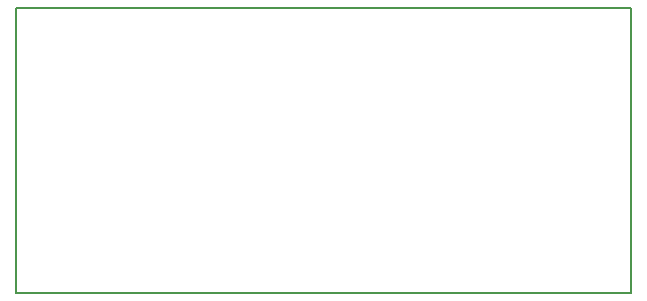
<source format=gbr>
G04 #@! TF.FileFunction,Profile,NP*
%FSLAX46Y46*%
G04 Gerber Fmt 4.6, Leading zero omitted, Abs format (unit mm)*
G04 Created by KiCad (PCBNEW 4.0.4-stable) date 12/12/17 20:44:02*
%MOMM*%
%LPD*%
G01*
G04 APERTURE LIST*
%ADD10C,0.100000*%
%ADD11C,0.150000*%
G04 APERTURE END LIST*
D10*
D11*
X177165000Y-86995000D02*
X125095000Y-86995000D01*
X177165000Y-111125000D02*
X177165000Y-86995000D01*
X125095000Y-111125000D02*
X177165000Y-111125000D01*
X125095000Y-86995000D02*
X125095000Y-111125000D01*
M02*

</source>
